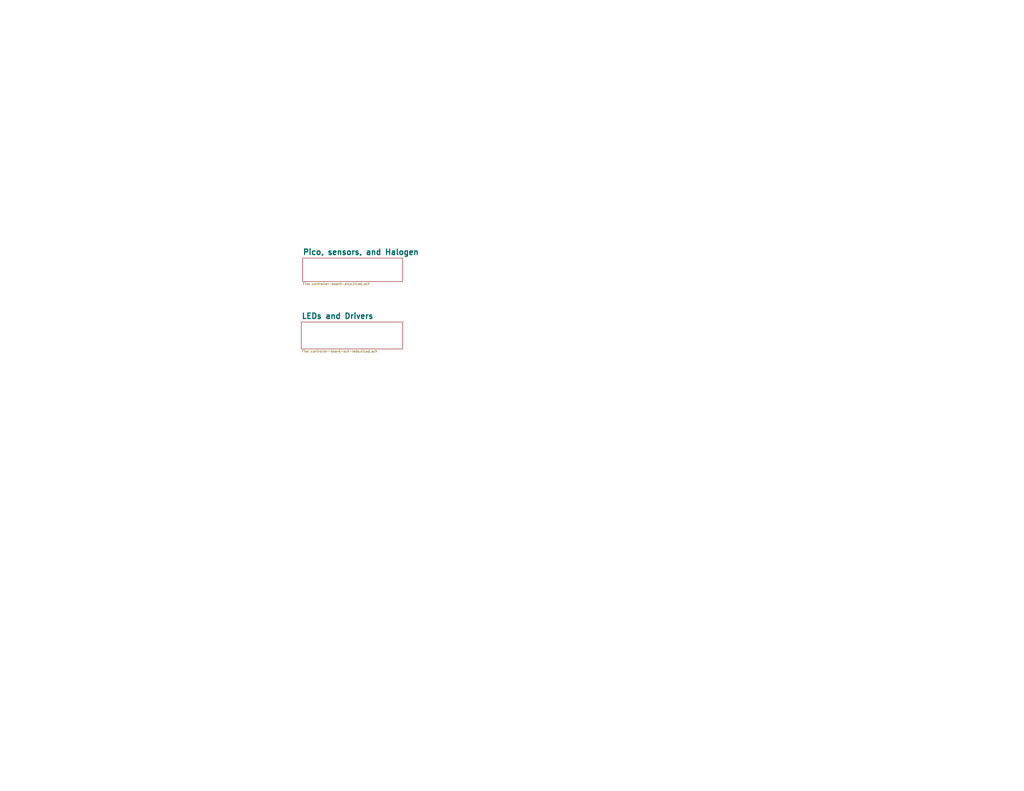
<source format=kicad_sch>
(kicad_sch
	(version 20231120)
	(generator "eeschema")
	(generator_version "8.0")
	(uuid "ab186ba7-5fdc-41ea-88f4-a283b73948bc")
	(paper "C")
	(title_block
		(title "OreSat Solar Simulator")
		(date "2024-08-19")
		(rev "1.2")
	)
	(lib_symbols)
	(bus_alias "{RED_LIM, GREEN_LIM, BLUE_LIM, UV_LIM}"
		(members)
	)
	(sheet
		(at 165.1 140.97)
		(size 54.61 12.7)
		(fields_autoplaced yes)
		(stroke
			(width 0.1524)
			(type solid)
		)
		(fill
			(color 0 0 0 0.0000)
		)
		(uuid "42a1061e-62cf-44f3-8caa-6fc9c5631a6d")
		(property "Sheetname" "Pico, sensors, and Halogen"
			(at 165.1 139.3934 0)
			(effects
				(font
					(size 3 3)
					(thickness 0.6)
					(bold yes)
				)
				(justify left bottom)
			)
		)
		(property "Sheetfile" "controller-board-pico.kicad_sch"
			(at 165.1 154.2546 0)
			(effects
				(font
					(size 1.27 1.27)
				)
				(justify left top)
			)
		)
		(instances
			(project "controller-board"
				(path "/ab186ba7-5fdc-41ea-88f4-a283b73948bc"
					(page "3")
				)
			)
		)
	)
	(sheet
		(at 164.465 175.895)
		(size 55.245 14.605)
		(fields_autoplaced yes)
		(stroke
			(width 0.1524)
			(type solid)
		)
		(fill
			(color 0 0 0 0.0000)
		)
		(uuid "e7cdee32-82f6-44c4-a42b-6ebe9d2c5310")
		(property "Sheetname" "LEDs and Drivers"
			(at 164.465 174.3184 0)
			(effects
				(font
					(size 3 3)
					(thickness 0.6)
					(bold yes)
				)
				(justify left bottom)
			)
		)
		(property "Sheetfile" "controller-board-sch-leds.kicad_sch"
			(at 164.465 191.0846 0)
			(effects
				(font
					(size 1.27 1.27)
				)
				(justify left top)
			)
		)
		(instances
			(project "controller-board"
				(path "/ab186ba7-5fdc-41ea-88f4-a283b73948bc"
					(page "2")
				)
			)
		)
	)
	(sheet_instances
		(path "/"
			(page "1")
		)
	)
)

</source>
